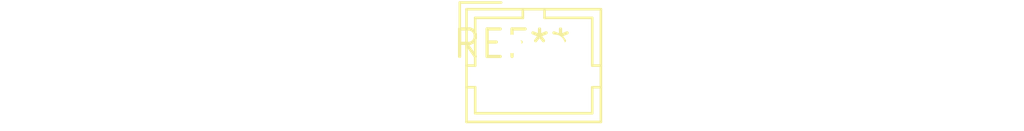
<source format=kicad_pcb>
(kicad_pcb (version 20240108) (generator pcbnew)
  (layers (0 "F.Cu" signal) (31 "B.Cu" signal) (34 "B.Paste" user) (35 "F.Paste" user) (36 "B.SilkS" user "B.Silkscreen") (37 "F.SilkS" user "F.Silkscreen") (38 "B.Mask" user) (39 "F.Mask" user) (44 "Edge.Cuts" user))
  (net 0 "")
  (footprint "Hirose_DF11-4DP-2DSA_2x02_P2.00mm_Vertical" (layer "F.Cu") (at 0 0)
    (property "Reference" "REF**")
    (property "Value" "Hirose_DF11-4DP-2DSA_2x02_P2.00mm_Vertical")
    (fp_line (start -2.41 -1.91) (end -0.5 -1.91) (layer "F.SilkS") (stroke (width 0.12)))
    (fp_line (start -2.41 0) (end -2.41 -1.91) (layer "F.SilkS") (stroke (width 0.12)))
    (fp_line (start -2.1 -1.6) (end -2.1 3.6) (layer "F.SilkS") (stroke (width 0.12)))
    (fp_line (start -2.1 1) (end -1.7 1) (layer "F.SilkS") (stroke (width 0.12)))
    (fp_line (start -2.1 2) (end -1.7 2) (layer "F.SilkS") (stroke (width 0.12)))
    (fp_line (start -2.1 3.6) (end 4.1 3.6) (layer "F.SilkS") (stroke (width 0.12)))
    (fp_line (start -1.7 -1.2) (end 0.5 -1.2) (layer "F.SilkS") (stroke (width 0.12)))
    (fp_line (start -1.7 1) (end -1.7 -1.2) (layer "F.SilkS") (stroke (width 0.12)))
    (fp_line (start -1.7 2) (end -1.7 3.2) (layer "F.SilkS") (stroke (width 0.12)))
    (fp_line (start -1.7 3.2) (end 3.7 3.2) (layer "F.SilkS") (stroke (width 0.12)))
    (fp_line (start 0.5 -1.2) (end 0.5 -1.6) (layer "F.SilkS") (stroke (width 0.12)))
    (fp_line (start 1.5 -1.2) (end 1.5 -1.6) (layer "F.SilkS") (stroke (width 0.12)))
    (fp_line (start 3.7 -1.2) (end 1.5 -1.2) (layer "F.SilkS") (stroke (width 0.12)))
    (fp_line (start 3.7 1) (end 3.7 -1.2) (layer "F.SilkS") (stroke (width 0.12)))
    (fp_line (start 3.7 2) (end 4.1 2) (layer "F.SilkS") (stroke (width 0.12)))
    (fp_line (start 3.7 3.2) (end 3.7 2) (layer "F.SilkS") (stroke (width 0.12)))
    (fp_line (start 4.1 -1.6) (end -2.1 -1.6) (layer "F.SilkS") (stroke (width 0.12)))
    (fp_line (start 4.1 1) (end 3.7 1) (layer "F.SilkS") (stroke (width 0.12)))
    (fp_line (start 4.1 3.6) (end 4.1 -1.6) (layer "F.SilkS") (stroke (width 0.12)))
    (pad "1" thru_hole roundrect (at 0 0) (size 1.2 1.65) (drill 0.85) (layers *.Cu *.Mask) (remove_unused_layers) (roundrect_rratio 0.208333))
    (pad "2" thru_hole oval (at 0 2) (size 1.2 1.65) (drill 0.85) (layers *.Cu *.Mask) (remove_unused_layers))
    (pad "3" thru_hole oval (at 2 0) (size 1.2 1.65) (drill 0.85) (layers *.Cu *.Mask) (remove_unused_layers))
    (pad "4" thru_hole oval (at 2 2) (size 1.2 1.65) (drill 0.85) (layers *.Cu *.Mask) (remove_unused_layers))
  )
)
</source>
